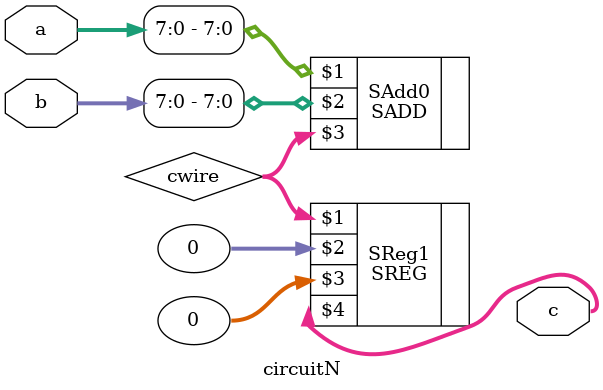
<source format=v>
`timescale 1ns / 1ps
module circuitN(a, b, c);
input signed [31:0] a;
input [15:0] b;
output signed [7:0] c;
wire signed [7:0] cwire;
SADD #(8) SAdd0(a[7:0], b[7:0], cwire);
SREG #(8) SReg1(cwire, 0, 0, c);
endmodule
</source>
